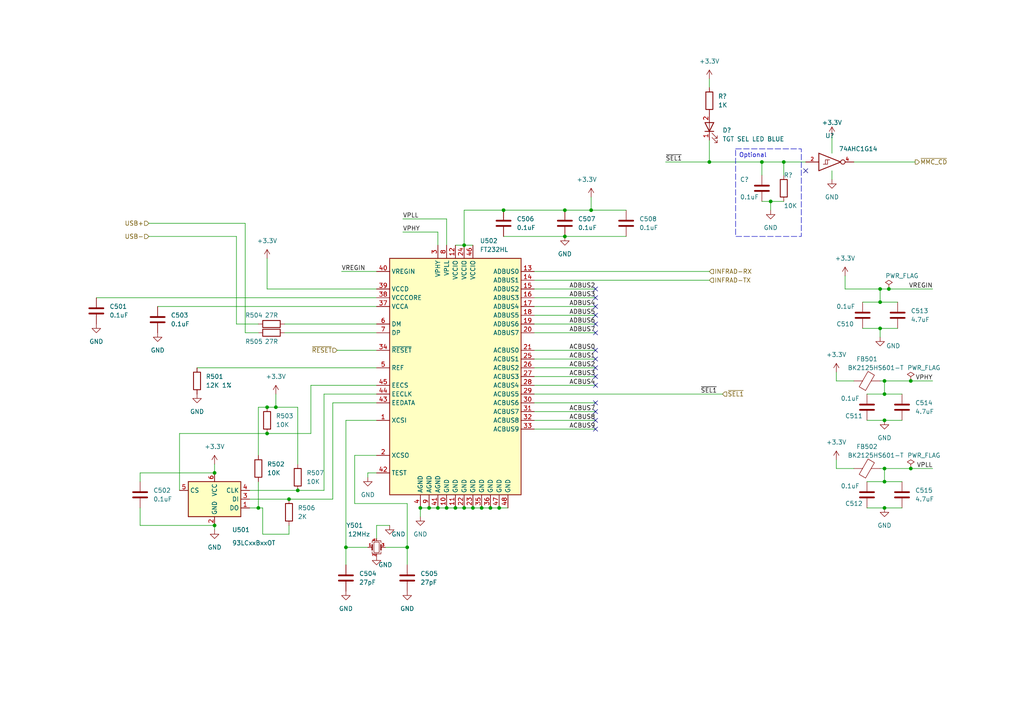
<source format=kicad_sch>
(kicad_sch (version 20230121) (generator eeschema)
  (paper "A4")
  (title_block (title "SDCDMUX-eMMC") (date "2023-08-14") (rev "Rev3") (company "HNZ") (comment 1 "Licensed under CC-BY-SA V4.0") (comment 2 "2023 (C) Hiroshi Nakajima <hnakamiru1103@gmail.com>"))
  (lib_symbols
    (symbol "Device:C" (pin_numbers hide) (pin_names (offset 0.254))
      (property "Reference" "C" (at 0.635 2.54 0))
      (property "Value" "C" (at 0.635 -2.54 0))
      (symbol "C_0_1"
        (polyline (pts (xy -2.032 -0.762) (xy 2.032 -0.762)) (stroke (width 0.508)))
        (polyline (pts (xy -2.032 0.762) (xy 2.032 0.762)) (stroke (width 0.508)))
      )
      (symbol "C_1_1"
        (pin passive line (at 0 3.81 270) (length 2.794) (name "~") (number "1"))
        (pin passive line (at 0 -3.81 90) (length 2.794) (name "~") (number "2"))
      )
    )
    (symbol "Device:FerriteBead" (pin_numbers hide) (pin_names (offset 0))
      (property "Reference" "FB" (at -3.81 0.635 90))
      (property "Value" "FerriteBead" (at 3.81 0 90))
      (symbol "FerriteBead_0_1"
        (polyline (pts (xy 0 -1.27) (xy 0 -1.2192)))
        (polyline (pts (xy 0 1.27) (xy 0 1.2954)))
        (polyline (pts (xy -2.7686 0.4064) (xy -1.7018 2.2606) (xy 2.7686 -0.3048) (xy 1.6764 -2.159) (xy -2.7686 0.4064)))
      )
      (symbol "FerriteBead_1_1"
        (pin passive line (at 0 3.81 270) (length 2.54) (name "~") (number "1"))
        (pin passive line (at 0 -3.81 90) (length 2.54) (name "~") (number "2"))
      )
    )
    (symbol "Device:LED" (pin_names (offset 1.016) hide)
      (property "Reference" "D" (at 0 2.54 0))
      (property "Value" "LED" (at 0 -2.54 0))
      (symbol "LED_0_1"
        (polyline (pts (xy -1.27 -1.27) (xy -1.27 1.27)) (stroke (width 0.254)))
        (polyline (pts (xy -1.27 0) (xy 1.27 0)))
        (polyline (pts (xy 1.27 -1.27) (xy 1.27 1.27) (xy -1.27 0) (xy 1.27 -1.27)) (stroke (width 0.254)))
        (polyline (pts (xy -3.048 -0.762) (xy -4.572 -2.286) (xy -3.81 -2.286) (xy -4.572 -2.286) (xy -4.572 -1.524)))
        (polyline (pts (xy -1.778 -0.762) (xy -3.302 -2.286) (xy -2.54 -2.286) (xy -3.302 -2.286) (xy -3.302 -1.524)))
      )
      (symbol "LED_1_1"
        (pin passive line (at -3.81 0 0) (length 2.54) (name "K") (number "1"))
        (pin passive line (at 3.81 0 180) (length 2.54) (name "A") (number "2"))
      )
    )
    (symbol "Device:R" (pin_numbers hide) (pin_names (offset 0))
      (property "Reference" "R" (at 2.032 0 90))
      (property "Value" "R" (at 0 0 90))
      (symbol "R_0_1"
        (rectangle (start -1.016 -2.54) (end 1.016 2.54) (stroke (width 0.254)))
      )
      (symbol "R_1_1"
        (pin passive line (at 0 3.81 270) (length 1.27) (name "~") (number "1"))
        (pin passive line (at 0 -3.81 90) (length 1.27) (name "~") (number "2"))
      )
    )
    (symbol "Memory_EEPROM:93LCxxBxxOT"
      (property "Reference" "U" (at -6.35 6.35 0))
      (property "Value" "93LCxxBxxOT" (at 7.62 -6.35 0))
      (symbol "93LCxxBxxOT_0_1"
        (rectangle (start -7.62 5.08) (end 7.62 -5.08) (stroke (width 0.254)) (fill (type background)))
      )
      (symbol "93LCxxBxxOT_1_1"
        (pin tri_state line (at 10.16 -2.54 180) (length 2.54) (name "DO") (number "1"))
        (pin power_in line (at 0 -7.62 90) (length 2.54) (name "GND") (number "2"))
        (pin input line (at 10.16 0 180) (length 2.54) (name "DI") (number "3"))
        (pin input line (at 10.16 2.54 180) (length 2.54) (name "CLK") (number "4"))
        (pin input line (at -10.16 2.54 0) (length 2.54) (name "CS") (number "5"))
        (pin power_in line (at 0 7.62 270) (length 2.54) (name "VCC") (number "6"))
      )
    )
    (symbol "power:+3.3V" (power) (pin_names (offset 0))
      (property "Value" "+3.3V" (at 0 3.556 0))
      (symbol "+3.3V_0_1"
        (polyline (pts (xy -0.762 1.27) (xy 0 2.54)))
        (polyline (pts (xy 0 0) (xy 0 2.54)))
        (polyline (pts (xy 0 2.54) (xy 0.762 1.27)))
      )
      (symbol "+3.3V_1_1"
        (pin power_in line (at 0 0 90) (length 0) hide (name "+3.3V") (number "1"))
      )
    )
    (symbol "power:GND" (power) (pin_numbers hide) (pin_names (offset 0) hide)
      (property "Value" "GND" (at 0 -3.81 0))
      (symbol "GND_0_1"
        (polyline (pts (xy 0 0) (xy 0 -1.27) (xy 1.27 -1.27) (xy 0 -2.54) (xy -1.27 -1.27) (xy 0 -1.27)))
      )
      (symbol "GND_1_1"
        (pin power_in line (at 0 0 270) (length 0) hide (name "GND") (number "1"))
      )
    )
    (symbol "power:PWR_FLAG" (power) (pin_numbers hide) (pin_names (offset 0) hide)
      (property "Value" "PWR_FLAG" (at 0 3.81 0))
      (symbol "PWR_FLAG_0_0"
        (pin power_out line (at 0 0 90) (length 0) (name "pwr") (number "1"))
      )
      (symbol "PWR_FLAG_0_1"
        (polyline (pts (xy 0 0) (xy 0 1.27) (xy -1.016 1.905) (xy 0 2.54) (xy 1.016 1.905) (xy 0 1.27)))
      )
    )
    (symbol "tbctl:12MHz" (pin_names (offset 1.016) hide)
      (property "Reference" "Y" (at 1.27 4.445 0))
      (property "Value" "12MHz" (at 1.27 2.54 0))
      (symbol "12MHz_0_1"
        (rectangle (start -0.762 -1.524) (end 0.762 1.524))
        (polyline (pts (xy -1.27 -0.762) (xy -1.27 0.762)) (stroke (width 0.381)))
        (polyline (pts (xy 1.27 -0.762) (xy 1.27 0.762)) (stroke (width 0.381)))
        (polyline (pts (xy -1.27 -1.27) (xy -1.27 -1.905) (xy 1.27 -1.905) (xy 1.27 -1.27)))
        (polyline (pts (xy -1.27 1.27) (xy -1.27 1.905) (xy 1.27 1.905) (xy 1.27 1.27)))
      )
      (symbol "12MHz_1_1"
        (pin passive line (at -2.54 0 0) (length 1.27) (name "1") (number "1"))
        (pin passive line (at 0 -2.54 90) (length 0.635) (name "2") (number "2"))
        (pin passive line (at 2.54 0 180) (length 1.27) (name "3") (number "3"))
        (pin passive line (at 0 2.54 270) (length 0.635) (name "4") (number "4"))
      )
    )
    (symbol "tbctl:74AHC1G14" (pin_names (offset 1.016))
      (property "Reference" "U" (at -2.54 3.81 0))
      (property "Value" "74AHC1G14" (at 0 -3.81 0))
      (symbol "74AHC1G14_0_0"
        (pin passive line (at -7.62 -2.54 0) (length 2.54) hide (name "NC") (number "1"))
      )
      (symbol "74AHC1G14_0_1"
        (polyline (pts (xy -1.905 -0.635) (xy -1.27 -0.635) (xy -1.27 0.635)))
        (polyline (pts (xy -3.81 2.54) (xy -3.81 -2.54) (xy 2.54 0) (xy -3.81 2.54)) (stroke (width 0.254)))
        (polyline (pts (xy -2.54 -0.635) (xy -1.905 -0.635) (xy -1.905 0.635) (xy -0.635 0.635)))
      )
      (symbol "74AHC1G14_1_1"
        (pin input line (at -7.62 0 0) (length 3.81) (name "~") (number "2"))
        (pin power_in line (at 0 -2.54 270) (length 0) hide (name "GND") (number "3"))
        (pin output inverted (at 6.35 0 180) (length 3.81) (name "~") (number "4"))
        (pin power_in line (at 0 2.54 90) (length 0) hide (name "VCC") (number "5"))
      )
    )
    (symbol "tbctl:FT232HL"
      (property "Reference" "U" (at -19.05 35.56 0))
      (property "Value" "FT232HL" (at 12.7 35.56 0))
      (symbol "FT232HL_0_1"
        (rectangle (start -19.05 34.29) (end 19.05 -34.29) (stroke (width 0.254)) (fill (type background)))
      )
      (symbol "FT232HL_1_1"
        (pin input line (at -22.86 -12.7 0) (length 3.81) (name "XCSI") (number "1"))
        (pin power_in line (at -2.54 -38.1 90) (length 3.81) (name "GND") (number "10"))
        (pin power_in line (at 0 -38.1 90) (length 3.81) (name "GND") (number "11"))
        (pin power_in line (at 0 38.1 270) (length 3.81) (name "VCCIO") (number "12"))
        (pin bidirectional line (at 22.86 30.48 180) (length 3.81) (name "ADBUS0") (number "13"))
        (pin bidirectional line (at 22.86 27.94 180) (length 3.81) (name "ADBUS1") (number "14"))
        (pin bidirectional line (at 22.86 25.4 180) (length 3.81) (name "ADBUS2") (number "15"))
        (pin bidirectional line (at 22.86 22.86 180) (length 3.81) (name "ADBUS3") (number "16"))
        (pin bidirectional line (at 22.86 20.32 180) (length 3.81) (name "ADBUS4") (number "17"))
        (pin bidirectional line (at 22.86 17.78 180) (length 3.81) (name "ADBUS5") (number "18"))
        (pin bidirectional line (at 22.86 15.24 180) (length 3.81) (name "ADBUS6") (number "19"))
        (pin output line (at -22.86 -22.86 0) (length 3.81) (name "XCSO") (number "2"))
        (pin bidirectional line (at 22.86 12.7 180) (length 3.81) (name "ADBUS7") (number "20"))
        (pin bidirectional line (at 22.86 7.62 180) (length 3.81) (name "ACBUS0") (number "21"))
        (pin power_in line (at 2.54 -38.1 90) (length 3.81) (name "GND") (number "22"))
        (pin power_in line (at 5.08 -38.1 90) (length 3.81) (name "GND") (number "23"))
        (pin power_in line (at 2.54 38.1 270) (length 3.81) (name "VCCIO") (number "24"))
        (pin bidirectional line (at 22.86 5.08 180) (length 3.81) (name "ACBUS1") (number "25"))
        (pin bidirectional line (at 22.86 2.54 180) (length 3.81) (name "ACBUS2") (number "26"))
        (pin bidirectional line (at 22.86 0 180) (length 3.81) (name "ACBUS3") (number "27"))
        (pin bidirectional line (at 22.86 -2.54 180) (length 3.81) (name "ACBUS4") (number "28"))
        (pin bidirectional line (at 22.86 -5.08 180) (length 3.81) (name "ACBUS5") (number "29"))
        (pin power_in line (at -5.08 38.1 270) (length 3.81) (name "VPHY") (number "3"))
        (pin bidirectional line (at 22.86 -7.62 180) (length 3.81) (name "ACBUS6") (number "30"))
        (pin bidirectional line (at 22.86 -10.16 180) (length 3.81) (name "ACBUS7") (number "31"))
        (pin bidirectional line (at 22.86 -12.7 180) (length 3.81) (name "ACBUS8") (number "32"))
        (pin bidirectional line (at 22.86 -15.24 180) (length 3.81) (name "ACBUS9") (number "33"))
        (pin input line (at -22.86 7.62 0) (length 3.81) (name "~{RESET}") (number "34"))
        (pin power_in line (at 7.62 -38.1 90) (length 3.81) (name "GND") (number "35"))
        (pin power_in line (at 10.16 -38.1 90) (length 3.81) (name "GND") (number "36"))
        (pin power_out line (at -22.86 20.32 0) (length 3.81) (name "VCCA") (number "37"))
        (pin power_out line (at -22.86 22.86 0) (length 3.81) (name "VCCCORE") (number "38"))
        (pin power_in line (at -22.86 25.4 0) (length 3.81) (name "VCCD") (number "39"))
        (pin power_in line (at -10.16 -38.1 90) (length 3.81) (name "AGND") (number "4"))
        (pin power_in line (at -22.86 30.48 0) (length 3.81) (name "VREGIN") (number "40"))
        (pin power_in line (at -5.08 -38.1 90) (length 3.81) (name "AGND") (number "41"))
        (pin input line (at -22.86 -27.94 0) (length 3.81) (name "TEST") (number "42"))
        (pin bidirectional line (at -22.86 -7.62 0) (length 3.81) (name "EEDATA") (number "43"))
        (pin input line (at -22.86 -5.08 0) (length 3.81) (name "EECLK") (number "44"))
        (pin input line (at -22.86 -2.54 0) (length 3.81) (name "EECS") (number "45"))
        (pin power_in line (at 5.08 38.1 270) (length 3.81) (name "VCCIO") (number "46"))
        (pin power_in line (at 12.7 -38.1 90) (length 3.81) (name "GND") (number "47"))
        (pin power_in line (at 15.24 -38.1 90) (length 3.81) (name "GND") (number "48"))
        (pin input line (at -22.86 2.54 0) (length 3.81) (name "REF") (number "5"))
        (pin bidirectional line (at -22.86 15.24 0) (length 3.81) (name "DM") (number "6"))
        (pin bidirectional line (at -22.86 12.7 0) (length 3.81) (name "DP") (number "7"))
        (pin power_in line (at -2.54 38.1 270) (length 3.81) (name "VPLL") (number "8"))
        (pin power_in line (at -7.62 -38.1 90) (length 3.81) (name "AGND") (number "9"))
      )
    )
  )
  (junction (at 144.78 147.32))
  (junction (at 256.54 147.32))
  (junction (at 256.54 139.7))
  (junction (at 163.83 60.96))
  (junction (at 163.83 68.58))
  (junction (at 74.93 147.32))
  (junction (at 137.16 147.32))
  (junction (at 257.81 83.82))
  (junction (at 227.33 46.99))
  (junction (at 223.52 58.42))
  (junction (at 134.62 71.12))
  (junction (at 256.54 121.92))
  (junction (at 121.92 147.32))
  (junction (at 205.74 46.99))
  (junction (at 118.11 158.75))
  (junction (at 62.23 137.16))
  (junction (at 220.98 46.99))
  (junction (at 264.16 110.49))
  (junction (at 255.27 95.25))
  (junction (at 62.23 152.4))
  (junction (at 132.08 147.32))
  (junction (at 134.62 147.32))
  (junction (at 83.82 144.78))
  (junction (at 256.54 110.49))
  (junction (at 256.54 114.3))
  (junction (at 142.24 147.32))
  (junction (at 124.46 147.32))
  (junction (at 139.7 147.32))
  (junction (at 80.01 118.11))
  (junction (at 127 147.32))
  (junction (at 255.27 87.63))
  (junction (at 171.45 60.96))
  (junction (at 256.54 135.89))
  (junction (at 255.27 83.82))
  (junction (at 86.36 142.24))
  (junction (at 129.54 147.32))
  (junction (at 264.16 135.89))
  (junction (at 146.05 60.96))
  (junction (at 100.33 158.75))
  (junction (at 77.47 118.11))
  (junction (at 77.47 125.73))
  (no_connect (at 172.72 124.46))
  (no_connect (at 172.72 88.9))
  (no_connect (at 172.72 121.92))
  (no_connect (at 172.72 111.76))
  (no_connect (at 172.72 93.98))
  (no_connect (at 172.72 119.38))
  (no_connect (at 172.72 109.22))
  (no_connect (at 172.72 83.82))
  (no_connect (at 172.72 106.68))
  (no_connect (at 172.72 104.14))
  (no_connect (at 172.72 101.6))
  (no_connect (at 172.72 91.44))
  (no_connect (at 172.72 86.36))
  (no_connect (at 172.72 116.84))
  (no_connect (at 233.68 49.53))
  (no_connect (at 172.72 96.52))
  (wire (pts (xy 57.15 106.68) (xy 109.22 106.68)))
  (wire (pts (xy 251.46 114.3) (xy 256.54 114.3)))
  (wire (pts (xy 146.05 68.58) (xy 163.83 68.58)))
  (wire (pts (xy 62.23 134.62) (xy 62.23 137.16)))
  (wire (pts (xy 76.2 154.94) (xy 76.2 147.32)))
  (wire (pts (xy 27.94 86.36) (xy 109.22 86.36)))
  (wire (pts (xy 80.01 114.3) (xy 80.01 118.11)))
  (wire (pts (xy 247.65 110.49) (xy 242.57 110.49)))
  (wire (pts (xy 247.65 135.89) (xy 242.57 135.89)))
  (wire (pts (xy 154.94 109.22) (xy 172.72 109.22)))
  (wire (pts (xy 242.57 135.89) (xy 242.57 133.35)))
  (wire (pts (xy 247.65 46.99) (xy 265.43 46.99)))
  (wire (pts (xy 129.54 63.5) (xy 129.54 71.12)))
  (wire (pts (xy 154.94 101.6) (xy 172.72 101.6)))
  (wire (pts (xy 109.22 152.4) (xy 109.22 156.21)))
  (wire (pts (xy 83.82 152.4) (xy 83.82 154.94)))
  (wire (pts (xy 90.17 125.73) (xy 77.47 125.73)))
  (wire (pts (xy 106.68 137.16) (xy 106.68 138.43)))
  (wire (pts (xy 90.17 111.76) (xy 90.17 125.73)))
  (wire (pts (xy 257.81 83.82) (xy 255.27 83.82)))
  (wire (pts (xy 118.11 146.05) (xy 118.11 158.75)))
  (wire (pts (xy 134.62 71.12) (xy 137.16 71.12)))
  (wire (pts (xy 154.94 83.82) (xy 172.72 83.82)))
  (wire (pts (xy 154.94 91.44) (xy 172.72 91.44)))
  (wire (pts (xy 220.98 46.99) (xy 220.98 50.8)))
  (wire (pts (xy 74.93 139.7) (xy 74.93 147.32)))
  (wire (pts (xy 68.58 93.98) (xy 68.58 68.58)))
  (wire (pts (xy 255.27 83.82) (xy 245.11 83.82)))
  (wire (pts (xy 146.05 60.96) (xy 134.62 60.96)))
  (wire (pts (xy 134.62 60.96) (xy 134.62 71.12)))
  (wire (pts (xy 102.87 132.08) (xy 102.87 146.05)))
  (wire (pts (xy 72.39 142.24) (xy 86.36 142.24)))
  (wire (pts (xy 139.7 147.32) (xy 142.24 147.32)))
  (wire (pts (xy 220.98 46.99) (xy 227.33 46.99)))
  (wire (pts (xy 220.98 58.42) (xy 223.52 58.42)))
  (wire (pts (xy 154.94 124.46) (xy 172.72 124.46)))
  (wire (pts (xy 77.47 118.11) (xy 80.01 118.11)))
  (wire (pts (xy 205.74 40.64) (xy 205.74 46.99)))
  (wire (pts (xy 250.19 95.25) (xy 255.27 95.25)))
  (wire (pts (xy 121.92 147.32) (xy 124.46 147.32)))
  (wire (pts (xy 96.52 116.84) (xy 96.52 144.78)))
  (wire (pts (xy 163.83 68.58) (xy 181.61 68.58)))
  (wire (pts (xy 77.47 83.82) (xy 109.22 83.82)))
  (wire (pts (xy 241.3 39.37) (xy 241.3 44.45)))
  (wire (pts (xy 171.45 60.96) (xy 163.83 60.96)))
  (wire (pts (xy 255.27 83.82) (xy 255.27 87.63)))
  (wire (pts (xy 93.98 114.3) (xy 93.98 142.24)))
  (wire (pts (xy 264.16 110.49) (xy 270.51 110.49)))
  (wire (pts (xy 86.36 142.24) (xy 93.98 142.24)))
  (wire (pts (xy 132.08 71.12) (xy 134.62 71.12)))
  (wire (pts (xy 129.54 147.32) (xy 132.08 147.32)))
  (wire (pts (xy 71.12 96.52) (xy 71.12 64.77)))
  (wire (pts (xy 99.06 78.74) (xy 109.22 78.74)))
  (wire (pts (xy 255.27 95.25) (xy 260.35 95.25)))
  (wire (pts (xy 154.94 81.28) (xy 205.74 81.28)))
  (wire (pts (xy 82.55 96.52) (xy 109.22 96.52)))
  (wire (pts (xy 93.98 114.3) (xy 109.22 114.3)))
  (wire (pts (xy 154.94 78.74) (xy 205.74 78.74)))
  (wire (pts (xy 43.18 68.58) (xy 68.58 68.58)))
  (wire (pts (xy 86.36 134.62) (xy 86.36 118.11)))
  (wire (pts (xy 76.2 147.32) (xy 74.93 147.32)))
  (wire (pts (xy 205.74 46.99) (xy 220.98 46.99)))
  (wire (pts (xy 255.27 87.63) (xy 260.35 87.63)))
  (wire (pts (xy 251.46 121.92) (xy 256.54 121.92)))
  (wire (pts (xy 127 67.31) (xy 127 71.12)))
  (wire (pts (xy 109.22 116.84) (xy 96.52 116.84)))
  (wire (pts (xy 127 147.32) (xy 129.54 147.32)))
  (wire (pts (xy 74.93 132.08) (xy 74.93 118.11)))
  (wire (pts (xy 77.47 125.73) (xy 52.07 125.73)))
  (wire (pts (xy 154.94 116.84) (xy 172.72 116.84)))
  (wire (pts (xy 256.54 114.3) (xy 256.54 110.49)))
  (wire (pts (xy 256.54 135.89) (xy 264.16 135.89)))
  (wire (pts (xy 154.94 88.9) (xy 172.72 88.9)))
  (wire (pts (xy 241.3 49.53) (xy 241.3 52.07)))
  (wire (pts (xy 83.82 144.78) (xy 96.52 144.78)))
  (wire (pts (xy 242.57 110.49) (xy 242.57 107.95)))
  (wire (pts (xy 256.54 147.32) (xy 261.62 147.32)))
  (wire (pts (xy 102.87 146.05) (xy 118.11 146.05)))
  (wire (pts (xy 255.27 110.49) (xy 256.54 110.49)))
  (wire (pts (xy 256.54 121.92) (xy 261.62 121.92)))
  (wire (pts (xy 270.51 83.82) (xy 257.81 83.82)))
  (wire (pts (xy 181.61 60.96) (xy 171.45 60.96)))
  (wire (pts (xy 256.54 114.3) (xy 261.62 114.3)))
  (wire (pts (xy 76.2 154.94) (xy 83.82 154.94)))
  (wire (pts (xy 62.23 153.67) (xy 62.23 152.4)))
  (wire (pts (xy 71.12 96.52) (xy 74.93 96.52)))
  (wire (pts (xy 40.64 137.16) (xy 40.64 139.7)))
  (wire (pts (xy 109.22 132.08) (xy 102.87 132.08)))
  (wire (pts (xy 154.94 119.38) (xy 172.72 119.38)))
  (wire (pts (xy 52.07 125.73) (xy 52.07 142.24)))
  (wire (pts (xy 134.62 147.32) (xy 137.16 147.32)))
  (wire (pts (xy 72.39 144.78) (xy 83.82 144.78)))
  (wire (pts (xy 163.83 60.96) (xy 146.05 60.96)))
  (wire (pts (xy 113.03 152.4) (xy 109.22 152.4)))
  (wire (pts (xy 97.79 101.6) (xy 109.22 101.6)))
  (wire (pts (xy 40.64 152.4) (xy 62.23 152.4)))
  (wire (pts (xy 68.58 93.98) (xy 74.93 93.98)))
  (wire (pts (xy 154.94 104.14) (xy 172.72 104.14)))
  (wire (pts (xy 111.76 158.75) (xy 118.11 158.75)))
  (wire (pts (xy 154.94 96.52) (xy 172.72 96.52)))
  (wire (pts (xy 74.93 118.11) (xy 77.47 118.11)))
  (wire (pts (xy 90.17 111.76) (xy 109.22 111.76)))
  (wire (pts (xy 124.46 147.32) (xy 127 147.32)))
  (wire (pts (xy 118.11 158.75) (xy 118.11 163.83)))
  (wire (pts (xy 154.94 93.98) (xy 172.72 93.98)))
  (wire (pts (xy 116.84 63.5) (xy 129.54 63.5)))
  (wire (pts (xy 144.78 147.32) (xy 147.32 147.32)))
  (wire (pts (xy 255.27 97.79) (xy 255.27 95.25)))
  (wire (pts (xy 205.74 22.86) (xy 205.74 25.4)))
  (wire (pts (xy 227.33 46.99) (xy 227.33 50.8)))
  (wire (pts (xy 154.94 106.68) (xy 172.72 106.68)))
  (wire (pts (xy 121.92 149.86) (xy 121.92 147.32)))
  (wire (pts (xy 245.11 80.01) (xy 245.11 83.82)))
  (wire (pts (xy 154.94 86.36) (xy 172.72 86.36)))
  (wire (pts (xy 77.47 74.93) (xy 77.47 83.82)))
  (wire (pts (xy 256.54 110.49) (xy 264.16 110.49)))
  (wire (pts (xy 142.24 147.32) (xy 144.78 147.32)))
  (wire (pts (xy 256.54 139.7) (xy 256.54 135.89)))
  (wire (pts (xy 40.64 147.32) (xy 40.64 152.4)))
  (wire (pts (xy 109.22 137.16) (xy 106.68 137.16)))
  (wire (pts (xy 100.33 158.75) (xy 100.33 163.83)))
  (wire (pts (xy 45.72 88.9) (xy 109.22 88.9)))
  (wire (pts (xy 227.33 46.99) (xy 233.68 46.99)))
  (wire (pts (xy 255.27 135.89) (xy 256.54 135.89)))
  (wire (pts (xy 154.94 111.76) (xy 172.72 111.76)))
  (wire (pts (xy 74.93 147.32) (xy 72.39 147.32)))
  (wire (pts (xy 193.04 46.99) (xy 205.74 46.99)))
  (wire (pts (xy 109.22 121.92) (xy 100.33 121.92)))
  (wire (pts (xy 100.33 121.92) (xy 100.33 158.75)))
  (wire (pts (xy 223.52 58.42) (xy 223.52 60.96)))
  (wire (pts (xy 43.18 64.77) (xy 71.12 64.77)))
  (wire (pts (xy 264.16 135.89) (xy 270.51 135.89)))
  (wire (pts (xy 132.08 147.32) (xy 134.62 147.32)))
  (wire (pts (xy 100.33 158.75) (xy 106.68 158.75)))
  (wire (pts (xy 256.54 139.7) (xy 261.62 139.7)))
  (wire (pts (xy 116.84 67.31) (xy 127 67.31)))
  (wire (pts (xy 250.19 87.63) (xy 255.27 87.63)))
  (wire (pts (xy 223.52 58.42) (xy 227.33 58.42)))
  (wire (pts (xy 154.94 121.92) (xy 172.72 121.92)))
  (wire (pts (xy 251.46 147.32) (xy 256.54 147.32)))
  (wire (pts (xy 251.46 139.7) (xy 256.54 139.7)))
  (wire (pts (xy 62.23 137.16) (xy 40.64 137.16)))
  (wire (pts (xy 137.16 147.32) (xy 139.7 147.32)))
  (wire (pts (xy 171.45 57.15) (xy 171.45 60.96)))
  (wire (pts (xy 82.55 93.98) (xy 109.22 93.98)))
  (wire (pts (xy 154.94 114.3) (xy 209.55 114.3)))
  (wire (pts (xy 80.01 118.11) (xy 86.36 118.11)))
  (text_box "Optional" (at 213.36 43.18 0) (size 19.05 25.4) (stroke (width 0) (type dash)) (effects (font (size 1.27 1.27)) (justify left top)))
  (label "VREGIN" (at 270.51 83.82 180))
  (label "ACBUS8" (at 165.1 121.92 0))
  (label "ACBUS9" (at 165.1 124.46 0))
  (label "ADBUS3" (at 165.1 86.36 0))
  (label "ACBUS1" (at 165.1 104.14 0))
  (label "ADBUS4" (at 165.1 88.9 0))
  (label "ACBUS0" (at 165.1 101.6 0))
  (label "~{SEL1}" (at 203.2 114.3 0))
  (label "~{SEL1}" (at 193.04 46.99 0))
  (label "VPLL" (at 116.84 63.5 0))
  (label "ADBUS6" (at 165.1 93.98 0))
  (label "ADBUS7" (at 165.1 96.52 0))
  (label "ACBUS4" (at 165.1 111.76 0))
  (label "ADBUS5" (at 165.1 91.44 0))
  (label "ADBUS2" (at 165.1 83.82 0))
  (label "VPLL" (at 270.51 135.89 180))
  (label "VREGIN" (at 99.06 78.74 0))
  (label "ACBUS7" (at 165.1 119.38 0))
  (label "VPHY" (at 116.84 67.31 0))
  (label "ACBUS3" (at 165.1 109.22 0))
  (label "ACBUS2" (at 165.1 106.68 0))
  (label "VPHY" (at 270.51 110.49 180))
  (hierarchical_label "INFRAD-TX" (shape input) (at 205.74 81.28 0))
  (hierarchical_label "USB+" (shape input) (at 43.18 64.77 180))
  (hierarchical_label "~{SEL1}" (shape input) (at 209.55 114.3 0))
  (hierarchical_label "~{MMC_CD}" (shape output) (at 265.43 46.99 0))
  (hierarchical_label "USB-" (shape input) (at 43.18 68.58 180))
  (hierarchical_label "~{RESET}" (shape input) (at 97.79 101.6 180))
  (hierarchical_label "INFRAD-RX" (shape input) (at 205.74 78.74 0))
  (symbol (lib_id "power:PWR_FLAG") (at 264.16 135.89 0) (unit 1)
    (property "Reference" "#FLG0503" (effects hide))
    (property "Value" "PWR_FLAG" (at 267.97 132.08 0))
  )
  (symbol (lib_id "power:GND") (at 223.52 60.96 0) (unit 1)
    (property "Reference" "#PWR?" (effects hide))
    (property "Value" "GND" (at 223.52 66.04 0))
    (instances (project "sdcdmuxemmc" (path "" (reference "#PWR?") (unit 1)) (path "" (reference "#PWR?") (unit 1)) (path "" (reference "#PWR0517") (unit 1))))
  )
  (symbol (lib_id "Device:R") (at 77.47 121.92 0) (unit 1)
    (property "Reference" "R503" (at 80.01 120.6499 0) (effects (justify left)))
    (property "Value" "10K" (at 80.01 123.1899 0) (effects (justify left)))
    (property "Footprint" "tbctl:R_0805_2012Metric_Pad1.20x1.40mm_HandSolder" (effects hide))
    (property "digikey" "13-RC0603JR-1010KLCT-ND" (effects hide))
    (property "storeURL" "https://www.digikey.com/en/products/detail/yageo/RC0603JR-1010KL/13694233" (effects hide))
  )
  (symbol (lib_id "power:+3.3V") (at 62.23 134.62 0) (unit 1)
    (property "Reference" "#PWR0504" (effects hide))
    (property "Value" "+3.3V" (at 62.23 129.54 0))
  )
  (symbol (lib_id "power:PWR_FLAG") (at 264.16 110.49 0) (unit 1)
    (property "Reference" "#FLG0502" (effects hide))
    (property "Value" "PWR_FLAG" (at 267.97 106.68 0))
  )
  (symbol (lib_id "power:+3.3V") (at 242.57 107.95 0) (unit 1)
    (property "Reference" "#PWR0520" (effects hide))
    (property "Value" "+3.3V" (at 242.57 102.87 0))
  )
  (symbol (lib_id "Device:FerriteBead") (at 251.46 135.89 90) (unit 1)
    (property "Reference" "FB502" (at 251.46 129.54 90))
    (property "Value" "BK2125HS601-T" (at 254 132.08 90))
    (property "Footprint" "Inductor_SMD:L_0805_2012Metric_Pad1.15x1.40mm_HandSolder" (effects hide))
    (property "digikey" "240-2399-1-ND " (effects hide))
    (property "storeURL" "https://www.digikey.com/en/products/detail/laird-signal-integrity-products/HZ0805E601R-10/806759" (effects hide))
  )
  (symbol (lib_id "Device:C") (at 181.61 64.77 0) (unit 1)
    (property "Reference" "C508" (at 185.42 63.5 0) (effects (justify left)))
    (property "Value" "0.1uF" (at 185.42 66.04 0) (effects (justify left)))
    (property "Footprint" "Capacitor_SMD:C_0603_1608Metric_Pad1.08x0.95mm_HandSolder" (effects hide))
    (property "digikey" "311-1824-1-ND" (effects hide))
    (property "storeURL" "https://www.digikey.com/en/products/detail/yageo/CC0603MRX7R7BB104/5195231" (effects hide))
  )
  (symbol (lib_id "Device:R") (at 205.74 29.21 0) (unit 1)
    (property "Reference" "R?" (at 208.28 27.9399 0) (effects (justify left)))
    (property "Value" "1K" (at 208.28 30.4799 0) (effects (justify left)))
    (property "Footprint" "tbctl:R_0805_2012Metric_Pad1.20x1.40mm_HandSolder" (effects hide))
    (property "digikey" "13-RC0603JR-101KLCT-ND" (effects hide))
    (property "storeURL" "https://www.digikey.com/en/products/detail/yageo/RC0603JR-101KL/13694236" (effects hide))
    (instances (project "sdcdmuxemmc" (path "" (reference "R?") (unit 1)) (path "" (reference "R?") (unit 1)) (path "" (reference "R508") (unit 1))))
  )
  (symbol (lib_id "Device:C") (at 45.72 92.71 0) (unit 1)
    (property "Reference" "C503" (at 49.53 91.44 0) (effects (justify left)))
    (property "Value" "0.1uF" (at 49.53 93.98 0) (effects (justify left)))
    (property "Footprint" "Capacitor_SMD:C_0603_1608Metric_Pad1.08x0.95mm_HandSolder" (effects hide))
    (property "digikey" "311-1824-1-ND" (effects hide))
    (property "storeURL" "https://www.digikey.com/en/products/detail/yageo/CC0603MRX7R7BB104/5195231" (effects hide))
  )
  (symbol (lib_id "Device:R") (at 57.15 110.49 0) (unit 1)
    (property "Reference" "R501" (at 59.69 109.2199 0) (effects (justify left)))
    (property "Value" "12K 1%" (at 59.69 111.7599 0) (effects (justify left)))
    (property "Footprint" "tbctl:R_0805_2012Metric_Pad1.20x1.40mm_HandSolder" (effects hide))
    (property "digikey" "311-12.0KHRCT-ND" (effects hide))
    (property "storeURL" "https://www.digikey.com/en/products/detail/yageo/RC0603FR-0712KL/726913" (effects hide))
  )
  (symbol (lib_id "power:GND") (at 256.54 121.92 0) (unit 1)
    (property "Reference" "#PWR0524" (effects hide))
    (property "Value" "GND" (at 256.54 127 0))
  )
  (symbol (lib_id "Device:R") (at 83.82 148.59 0) (unit 1)
    (property "Reference" "R506" (at 86.36 147.3199 0) (effects (justify left)))
    (property "Value" "2K" (at 86.36 149.8599 0) (effects (justify left)))
    (property "Footprint" "tbctl:R_0805_2012Metric_Pad1.20x1.40mm_HandSolder" (effects hide))
    (property "digikey" "311-2.0KGRCT-ND" (effects hide))
    (property "storeURL" "https://www.digikey.com/en/products/detail/yageo/RC0603JR-072KL/726726" (effects hide))
  )
  (symbol (lib_id "Device:R") (at 227.33 54.61 0) (unit 1)
    (property "Reference" "R?" (at 227.33 50.8 0) (effects (justify left)))
    (property "Value" "10K" (at 227.33 59.69 0) (effects (justify left)))
    (property "Footprint" "tbctl:R_0805_2012Metric_Pad1.20x1.40mm_HandSolder" (effects hide))
    (property "digikey" "13-RC0603JR-1010KLCT-ND" (effects hide))
    (property "storeURL" "https://www.digikey.com/en/products/detail/yageo/RC0603JR-1010KL/13694233" (effects hide))
    (instances (project "sdcdmuxemmc" (path "" (reference "R?") (unit 1)) (path "" (reference "R?") (unit 1)) (path "" (reference "R509") (unit 1))))
  )
  (symbol (lib_id "Device:C") (at 260.35 91.44 0) (unit 1)
    (property "Reference" "C513" (at 264.16 90.17 0) (effects (justify left)))
    (property "Value" "4.7uF" (at 264.16 92.71 0) (effects (justify left)))
    (property "Footprint" "Capacitor_SMD:C_0805_2012Metric_Pad1.18x1.45mm_HandSolder" (effects hide))
    (property "digikey" "311-1455-1-ND" (effects hide))
    (property "storeURL" "https://www.digikey.com/en/products/detail/yageo/CC0603KRX5R6BB475/2833620" (effects hide))
  )
  (symbol (lib_id "Device:R") (at 78.74 96.52 90) (unit 1)
    (property "Reference" "R505" (at 73.66 99.06 90))
    (property "Value" "27R" (at 78.74 99.06 90))
    (property "Footprint" "Resistor_SMD:R_0603_1608Metric_Pad0.98x0.95mm_HandSolder" (effects hide))
    (property "digikey" "311-27GRCT-ND" (effects hide))
    (property "storeURL" "https://www.digikey.com/en/products/detail/yageo/RC0603JR-0727RL/726751" (effects hide))
  )
  (symbol (lib_id "power:GND") (at 255.27 97.79 0) (unit 1)
    (property "Reference" "#PWR0523" (effects hide))
    (property "Value" "GND" (at 259.08 100.33 0))
  )
  (symbol (lib_id "tbctl:12MHz") (at 109.22 158.75 0) (unit 1)
    (property "Reference" "Y501" (at 102.87 152.4 0))
    (property "Value" "12MHz" (at 104.14 154.94 0))
    (property "Footprint" "Crystal:Crystal_SMD_3225-4Pin_3.2x2.5mm" (effects hide))
    (property "digikey" "SER3682CT-ND" (effects hide))
    (property "storeURL" "https://www.digikey.com/en/products/detail/epson/FA-238V-12-0000MB-K3/2403374" (effects hide))
  )
  (symbol (lib_id "Device:R") (at 78.74 93.98 90) (unit 1)
    (property "Reference" "R504" (at 73.66 91.44 90))
    (property "Value" "27R" (at 78.74 91.44 90))
    (property "Footprint" "Resistor_SMD:R_0603_1608Metric_Pad0.98x0.95mm_HandSolder" (effects hide))
    (property "digikey" "311-27GRCT-ND" (effects hide))
    (property "storeURL" "https://www.digikey.com/en/products/detail/yageo/RC0603JR-0727RL/726751" (effects hide))
  )
  (symbol (lib_id "power:PWR_FLAG") (at 257.81 83.82 0) (unit 1)
    (property "Reference" "#FLG0501" (effects hide))
    (property "Value" "PWR_FLAG" (at 261.62 80.01 0))
  )
  (symbol (lib_id "power:GND") (at 100.33 171.45 0) (unit 1)
    (property "Reference" "#PWR0508" (effects hide))
    (property "Value" "GND" (at 100.33 176.53 0))
  )
  (symbol (lib_id "power:+3.3V") (at 245.11 80.01 0) (unit 1)
    (property "Reference" "#PWR0522" (effects hide))
    (property "Value" "+3.3V" (at 245.11 74.93 0))
  )
  (symbol (lib_id "Device:C") (at 251.46 143.51 0) (unit 1)
    (property "Reference" "C512" (at 245.11 146.05 0) (effects (justify left)))
    (property "Value" "0.1uF" (at 243.84 140.97 0) (effects (justify left)))
    (property "Footprint" "Capacitor_SMD:C_0603_1608Metric_Pad1.08x0.95mm_HandSolder" (effects hide))
    (property "digikey" "311-1824-1-ND" (effects hide))
    (property "storeURL" "https://www.digikey.com/en/products/detail/yageo/CC0603MRX7R7BB104/5195231" (effects hide))
  )
  (symbol (lib_id "power:GND") (at 113.03 152.4 0) (unit 1)
    (property "Reference" "#PWR0511" (effects hide))
    (property "Value" "GND" (at 115.57 154.94 0))
  )
  (symbol (lib_id "power:GND") (at 241.3 52.07 0) (unit 1)
    (property "Reference" "#PWR?" (effects hide))
    (property "Value" "GND" (at 241.3 57.15 0))
    (instances (project "sdcdmuxemmc" (path "" (reference "#PWR?") (unit 1)) (path "" (reference "#PWR?") (unit 1)) (path "" (reference "#PWR0519") (unit 1))))
  )
  (symbol (lib_id "Device:C") (at 27.94 90.17 0) (unit 1)
    (property "Reference" "C501" (at 31.75 88.9 0) (effects (justify left)))
    (property "Value" "0.1uF" (at 31.75 91.44 0) (effects (justify left)))
    (property "Footprint" "Capacitor_SMD:C_0603_1608Metric_Pad1.08x0.95mm_HandSolder" (effects hide))
    (property "digikey" "311-1824-1-ND" (effects hide))
    (property "storeURL" "https://www.digikey.com/en/products/detail/yageo/CC0603MRX7R7BB104/5195231" (effects hide))
  )
  (symbol (lib_id "power:GND") (at 106.68 138.43 0) (unit 1)
    (property "Reference" "#PWR0509" (effects hide))
    (property "Value" "GND" (at 106.68 143.51 0))
  )
  (symbol (lib_id "Device:R") (at 74.93 135.89 0) (unit 1)
    (property "Reference" "R502" (at 77.47 134.6199 0) (effects (justify left)))
    (property "Value" "10K" (at 77.47 137.1599 0) (effects (justify left)))
    (property "Footprint" "tbctl:R_0805_2012Metric_Pad1.20x1.40mm_HandSolder" (effects hide))
    (property "digikey" "13-RC0603JR-1010KLCT-ND" (effects hide))
    (property "storeURL" "https://www.digikey.com/en/products/detail/yageo/RC0603JR-1010KL/13694233" (effects hide))
  )
  (symbol (lib_id "power:GND") (at 62.23 153.67 0) (unit 1)
    (property "Reference" "#PWR0505" (effects hide))
    (property "Value" "GND" (at 62.23 158.75 0))
  )
  (symbol (lib_id "power:+3.3V") (at 77.47 74.93 0) (unit 1)
    (property "Reference" "#PWR0506" (effects hide))
    (property "Value" "+3.3V" (at 77.47 69.85 0))
  )
  (symbol (lib_id "tbctl:FT232HL") (at 132.08 109.22 0) (unit 1)
    (property "Reference" "U502" (at 139.1794 69.85 0) (effects (justify left)))
    (property "Value" "FT232HL" (at 139.1794 72.39 0) (effects (justify left)))
    (property "Footprint" "Package_QFP:LQFP-48_7x7mm_P0.5mm" (effects hide))
    (property "Datasheet" "https://www.ftdichip.com/Support/Documents/DataSheets/ICs/DS_FT232H.pdf" (effects hide))
    (property "digikey" "768-1348-ND" (effects hide))
    (property "storeURL" "https://www.digikey.com/en/products/detail/ftdi-future-technology-devices-international-ltd/FT232HL-TRAY/4006918" (effects hide))
  )
  (symbol (lib_id "Device:C") (at 250.19 91.44 0) (unit 1)
    (property "Reference" "C510" (at 242.57 93.98 0) (effects (justify left)))
    (property "Value" "0.1uF" (at 242.57 88.9 0) (effects (justify left)))
    (property "Footprint" "Capacitor_SMD:C_0603_1608Metric_Pad1.08x0.95mm_HandSolder" (effects hide))
    (property "digikey" "311-1824-1-ND" (effects hide))
    (property "storeURL" "https://www.digikey.com/en/products/detail/yageo/CC0603MRX7R7BB104/5195231" (effects hide))
  )
  (symbol (lib_id "power:GND") (at 121.92 149.86 0) (unit 1)
    (property "Reference" "#PWR0513" (effects hide))
    (property "Value" "GND" (at 121.92 154.94 0))
  )
  (symbol (lib_id "power:GND") (at 57.15 114.3 0) (unit 1)
    (property "Reference" "#PWR0503" (effects hide))
    (property "Value" "GND" (at 57.15 119.38 0))
  )
  (symbol (lib_id "power:+3.3V") (at 241.3 39.37 0) (unit 1)
    (property "Reference" "#PWR?" (effects hide))
    (property "Value" "+3.3V" (at 241.3 35.56 0))
    (instances (project "sdcdmuxemmc" (path "" (reference "#PWR?") (unit 1)) (path "" (reference "#PWR?") (unit 1)) (path "" (reference "#PWR0518") (unit 1))))
  )
  (symbol (lib_id "power:GND") (at 45.72 96.52 0) (unit 1)
    (property "Reference" "#PWR0502" (effects hide))
    (property "Value" "GND" (at 45.72 101.6 0))
  )
  (symbol (lib_id "power:+3.3V") (at 242.57 133.35 0) (unit 1)
    (property "Reference" "#PWR0521" (effects hide))
    (property "Value" "+3.3V" (at 242.57 128.27 0))
  )
  (symbol (lib_id "power:GND") (at 27.94 93.98 0) (unit 1)
    (property "Reference" "#PWR0501" (effects hide))
    (property "Value" "GND" (at 27.94 99.06 0))
  )
  (symbol (lib_id "Device:C") (at 100.33 167.64 0) (unit 1)
    (property "Reference" "C504" (at 104.14 166.37 0) (effects (justify left)))
    (property "Value" "27pF" (at 104.14 168.91 0) (effects (justify left)))
    (property "Footprint" "Capacitor_SMD:C_0603_1608Metric_Pad1.08x0.95mm_HandSolder" (effects hide))
    (property "digikey" "311-1063-1-ND" (effects hide))
    (property "storeURL" "https://www.digikey.com/en/products/detail/yageo/CC0603JRNPO9BN270/302797" (effects hide))
  )
  (symbol (lib_id "Device:LED") (at 205.74 36.83 90) (unit 1)
    (property "Reference" "D?" (at 209.55 37.7825 90) (effects (justify right)))
    (property "Value" "TGT SEL LED BLUE" (at 209.55 40.3225 90) (effects (justify right)))
    (property "Footprint" "tbctl:LED_0603_1608Metric_Pad1.05x0.95mm_HandSolder" (effects hide))
    (property "digikey" "846-1177-1-ND" (effects hide))
    (property "storeURL" "https://www.digikey.com/en/products/detail/rohm-semiconductor/SMLE13BC8TT86/5053771" (effects hide))
    (instances (project "sdcdmuxemmc" (path "" (reference "D?") (unit 1)) (path "" (reference "D?") (unit 1)) (path "" (reference "D501") (unit 1))))
  )
  (symbol (lib_id "Device:C") (at 163.83 64.77 0) (unit 1)
    (property "Reference" "C507" (at 167.64 63.5 0) (effects (justify left)))
    (property "Value" "0.1uF" (at 167.64 66.04 0) (effects (justify left)))
    (property "Footprint" "Capacitor_SMD:C_0603_1608Metric_Pad1.08x0.95mm_HandSolder" (effects hide))
    (property "digikey" "311-1824-1-ND" (effects hide))
    (property "storeURL" "https://www.digikey.com/en/products/detail/yageo/CC0603MRX7R7BB104/5195231" (effects hide))
  )
  (symbol (lib_id "Memory_EEPROM:93LCxxBxxOT") (at 62.23 144.78 0) (unit 1)
    (property "Reference" "U501" (at 67.31 153.67 0) (effects (justify left)))
    (property "Value" "93LCxxBxxOT" (at 67.31 157.48 0) (effects (justify left)))
    (property "Footprint" "Package_TO_SOT_SMD:SOT-23-6" (effects hide))
    (property "Datasheet" "http://ww1.microchip.com/downloads/en/DeviceDoc/20001749K.pdf" (effects hide))
    (property "digikey" "93LC56BT-I/OTCT-ND" (effects hide))
    (property "storeURL" "https://www.digikey.com/en/products/detail/microchip-technology/93LC56BT-I-OT/572825" (effects hide))
  )
  (symbol (lib_id "power:+3.3V") (at 80.01 114.3 0) (unit 1)
    (property "Reference" "#PWR0507" (effects hide))
    (property "Value" "+3.3V" (at 80.01 109.22 0))
  )
  (symbol (lib_id "power:+3.3V") (at 171.45 57.15 0) (unit 1)
    (property "Reference" "#PWR0515" (effects hide))
    (property "Value" "+3.3V" (at 170.18 52.07 0))
  )
  (symbol (lib_id "Device:C") (at 251.46 118.11 0) (unit 1)
    (property "Reference" "C511" (at 245.11 120.65 0) (effects (justify left)))
    (property "Value" "0.1uF" (at 243.84 115.57 0) (effects (justify left)))
    (property "Footprint" "Capacitor_SMD:C_0603_1608Metric_Pad1.08x0.95mm_HandSolder" (effects hide))
    (property "digikey" "311-1824-1-ND" (effects hide))
    (property "storeURL" "https://www.digikey.com/en/products/detail/yageo/CC0603MRX7R7BB104/5195231" (effects hide))
  )
  (symbol (lib_id "Device:C") (at 261.62 143.51 0) (unit 1)
    (property "Reference" "C515" (at 265.43 142.24 0) (effects (justify left)))
    (property "Value" "4.7uF" (at 265.43 144.78 0) (effects (justify left)))
    (property "Footprint" "Capacitor_SMD:C_0805_2012Metric_Pad1.18x1.45mm_HandSolder" (effects hide))
    (property "digikey" "311-1455-1-ND" (effects hide))
    (property "storeURL" "https://www.digikey.com/en/products/detail/yageo/CC0603KRX5R6BB475/2833620" (effects hide))
  )
  (symbol (lib_id "power:GND") (at 109.22 161.29 0) (unit 1)
    (property "Reference" "#PWR0510" (effects hide))
    (property "Value" "GND" (at 111.76 163.83 0))
  )
  (symbol (lib_id "power:+3.3V") (at 205.74 22.86 0) (unit 1)
    (property "Reference" "#PWR?" (effects hide))
    (property "Value" "+3.3V" (at 205.74 17.78 0))
    (instances (project "sdcdmuxemmc" (path "" (reference "#PWR?") (unit 1)) (path "" (reference "#PWR?") (unit 1)) (path "" (reference "#PWR0516") (unit 1))))
  )
  (symbol (lib_id "Device:C") (at 118.11 167.64 0) (unit 1)
    (property "Reference" "C505" (at 121.92 166.37 0) (effects (justify left)))
    (property "Value" "27pF" (at 121.92 168.91 0) (effects (justify left)))
    (property "Footprint" "Capacitor_SMD:C_0603_1608Metric_Pad1.08x0.95mm_HandSolder" (effects hide))
    (property "digikey" "311-1063-1-ND" (effects hide))
    (property "storeURL" "https://www.digikey.com/en/products/detail/yageo/CC0603JRNPO9BN270/302797" (effects hide))
  )
  (symbol (lib_id "Device:C") (at 40.64 143.51 0) (unit 1)
    (property "Reference" "C502" (at 44.45 142.24 0) (effects (justify left)))
    (property "Value" "0.1uF" (at 44.45 144.78 0) (effects (justify left)))
    (property "Footprint" "Capacitor_SMD:C_0603_1608Metric_Pad1.08x0.95mm_HandSolder" (effects hide))
    (property "digikey" "311-1824-1-ND" (effects hide))
    (property "storeURL" "https://www.digikey.com/en/products/detail/yageo/CC0603MRX7R7BB104/5195231" (effects hide))
  )
  (symbol (lib_id "tbctl:74AHC1G14") (at 241.3 46.99 0) (unit 1)
    (property "Reference" "U?" (at 240.665 39.37 0))
    (property "Value" "74AHC1G14" (at 248.92 43.18 0))
    (property "Footprint" "Package_TO_SOT_SMD:SOT-23-5_HandSoldering" (effects hide))
    (property "digikey" "74AHC1G14W5-7DICT-ND" (effects hide))
    (property "storeURL" "https://www.digikey.com/en/products/detail/diodes-incorporated/74AHC1G14W5-7/2639249" (effects hide))
    (instances (project "sdcdmuxemmc" (path "" (reference "U?") (unit 1)) (path "" (reference "U?") (unit 1)) (path "" (reference "U503") (unit 1))))
  )
  (symbol (lib_id "power:GND") (at 118.11 171.45 0) (unit 1)
    (property "Reference" "#PWR0512" (effects hide))
    (property "Value" "GND" (at 118.11 176.53 0))
  )
  (symbol (lib_id "power:GND") (at 163.83 68.58 0) (unit 1)
    (property "Reference" "#PWR0514" (effects hide))
    (property "Value" "GND" (at 163.83 73.66 0))
  )
  (symbol (lib_id "Device:C") (at 261.62 118.11 0) (unit 1)
    (property "Reference" "C514" (at 265.43 116.84 0) (effects (justify left)))
    (property "Value" "4.7uF" (at 265.43 119.38 0) (effects (justify left)))
    (property "Footprint" "Capacitor_SMD:C_0805_2012Metric_Pad1.18x1.45mm_HandSolder" (effects hide))
    (property "digikey" "311-1455-1-ND" (effects hide))
    (property "storeURL" "https://www.digikey.com/en/products/detail/yageo/CC0603KRX5R6BB475/2833620" (effects hide))
  )
  (symbol (lib_id "power:GND") (at 256.54 147.32 0) (unit 1)
    (property "Reference" "#PWR0525" (effects hide))
    (property "Value" "GND" (at 256.54 152.4 0))
  )
  (symbol (lib_id "Device:C") (at 220.98 54.61 0) (unit 1)
    (property "Reference" "C?" (at 214.63 52.07 0) (effects (justify left)))
    (property "Value" "0.1uF" (at 214.63 57.15 0) (effects (justify left)))
    (property "Footprint" "Capacitor_SMD:C_0603_1608Metric_Pad1.08x0.95mm_HandSolder" (effects hide))
    (property "digikey" "311-1824-1-ND" (effects hide))
    (property "storeURL" "https://www.digikey.com/en/products/detail/yageo/CC0603MRX7R7BB104/5195231" (effects hide))
    (instances (project "sdcdmuxemmc" (path "" (reference "C?") (unit 1)) (path "" (reference "C?") (unit 1)) (path "" (reference "C509") (unit 1))))
  )
  (symbol (lib_id "Device:C") (at 146.05 64.77 0) (unit 1)
    (property "Reference" "C506" (at 149.86 63.5 0) (effects (justify left)))
    (property "Value" "0.1uF" (at 149.86 66.04 0) (effects (justify left)))
    (property "Footprint" "Capacitor_SMD:C_0603_1608Metric_Pad1.08x0.95mm_HandSolder" (effects hide))
    (property "digikey" "311-1824-1-ND" (effects hide))
    (property "storeURL" "https://www.digikey.com/en/products/detail/yageo/CC0603MRX7R7BB104/5195231" (effects hide))
  )
  (symbol (lib_id "Device:FerriteBead") (at 251.46 110.49 90) (unit 1)
    (property "Reference" "FB501" (at 251.46 104.14 90))
    (property "Value" "BK2125HS601-T" (at 254 106.68 90))
    (property "Footprint" "Inductor_SMD:L_0805_2012Metric_Pad1.15x1.40mm_HandSolder" (effects hide))
    (property "digikey" "240-2399-1-ND " (effects hide))
    (property "storeURL" "https://www.digikey.com/en/products/detail/laird-signal-integrity-products/HZ0805E601R-10/806759" (effects hide))
  )
  (symbol (lib_id "Device:R") (at 86.36 138.43 0) (unit 1)
    (property "Reference" "R507" (at 88.9 137.1599 0) (effects (justify left)))
    (property "Value" "10K" (at 88.9 139.6999 0) (effects (justify left)))
    (property "Footprint" "tbctl:R_0805_2012Metric_Pad1.20x1.40mm_HandSolder" (effects hide))
    (property "digikey" "13-RC0603JR-1010KLCT-ND" (effects hide))
    (property "storeURL" "https://www.digikey.com/en/products/detail/yageo/RC0603JR-1010KL/13694233" (effects hide))
  )
)
</source>
